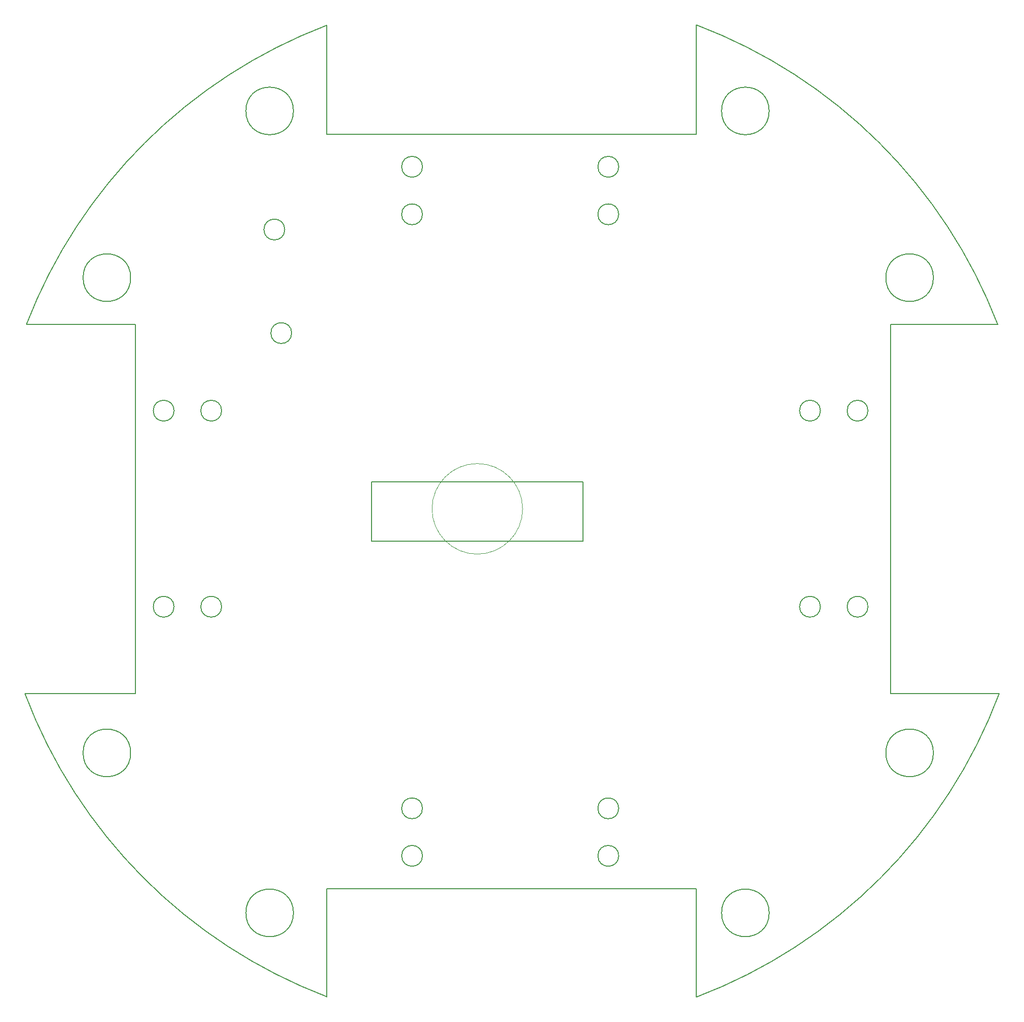
<source format=gm1>
G04 #@! TF.GenerationSoftware,KiCad,Pcbnew,8.0.5*
G04 #@! TF.CreationDate,2024-12-27T19:52:07-05:00*
G04 #@! TF.ProjectId,RoboCup25PCBv1,526f626f-4375-4703-9235-50434276312e,rev?*
G04 #@! TF.SameCoordinates,Original*
G04 #@! TF.FileFunction,Profile,NP*
%FSLAX46Y46*%
G04 Gerber Fmt 4.6, Leading zero omitted, Abs format (unit mm)*
G04 Created by KiCad (PCBNEW 8.0.5) date 2024-12-27 19:52:07*
%MOMM*%
%LPD*%
G01*
G04 APERTURE LIST*
G04 #@! TA.AperFunction,Profile*
%ADD10C,0.200000*%
G04 #@! TD*
G04 #@! TA.AperFunction,Profile*
%ADD11C,0.050000*%
G04 #@! TD*
G04 APERTURE END LIST*
D10*
X292171784Y-270081270D02*
X292171784Y-251918500D01*
X375196255Y-171434831D02*
G75*
G02*
X371696255Y-171434831I-1750000J0D01*
G01*
X371696255Y-171434831D02*
G75*
G02*
X375196255Y-171434831I1750000J0D01*
G01*
X354334784Y-251918500D02*
X354334784Y-270149252D01*
X405257850Y-219081500D02*
G75*
G02*
X354334783Y-270149250I-81915110J30759760D01*
G01*
X354334784Y-106494220D02*
X354334784Y-124918500D01*
X394200077Y-229041949D02*
G75*
G02*
X386200077Y-229041949I-4000000J0D01*
G01*
X386200077Y-229041949D02*
G75*
G02*
X394200077Y-229041949I4000000J0D01*
G01*
X260000000Y-156918500D02*
X260000000Y-219081500D01*
X241672133Y-156918500D02*
G75*
G02*
X292171783Y-106562196I81670587J-31403220D01*
G01*
X335280000Y-193403322D02*
X299720000Y-193403322D01*
X375196255Y-204434831D02*
G75*
G02*
X371696255Y-204434831I-1750000J0D01*
G01*
X371696255Y-204434831D02*
G75*
G02*
X375196255Y-204434831I1750000J0D01*
G01*
X259200077Y-229041949D02*
G75*
G02*
X251200077Y-229041949I-4000000J0D01*
G01*
X251200077Y-229041949D02*
G75*
G02*
X259200077Y-229041949I4000000J0D01*
G01*
X266496255Y-171434831D02*
G75*
G02*
X262996255Y-171434831I-1750000J0D01*
G01*
X262996255Y-171434831D02*
G75*
G02*
X266496255Y-171434831I1750000J0D01*
G01*
X286274999Y-158375877D02*
G75*
G02*
X282774999Y-158375877I-1750000J0D01*
G01*
X282774999Y-158375877D02*
G75*
G02*
X286274999Y-158375877I1750000J0D01*
G01*
X341274999Y-238375877D02*
G75*
G02*
X337774999Y-238375877I-1750000J0D01*
G01*
X337774999Y-238375877D02*
G75*
G02*
X341274999Y-238375877I1750000J0D01*
G01*
X260000000Y-219081500D02*
X241427614Y-219081500D01*
X308274999Y-246375877D02*
G75*
G02*
X304774999Y-246375877I-1750000J0D01*
G01*
X304774999Y-246375877D02*
G75*
G02*
X308274999Y-246375877I1750000J0D01*
G01*
X308274999Y-138375877D02*
G75*
G02*
X304774999Y-138375877I-1750000J0D01*
G01*
X304774999Y-138375877D02*
G75*
G02*
X308274999Y-138375877I1750000J0D01*
G01*
X266496255Y-204434831D02*
G75*
G02*
X262996255Y-204434831I-1750000J0D01*
G01*
X262996255Y-204434831D02*
G75*
G02*
X266496255Y-204434831I1750000J0D01*
G01*
X285115524Y-140943664D02*
G75*
G02*
X281615524Y-140943664I-1750000J0D01*
G01*
X281615524Y-140943664D02*
G75*
G02*
X285115524Y-140943664I1750000J0D01*
G01*
X383196255Y-171434831D02*
G75*
G02*
X379696255Y-171434831I-1750000J0D01*
G01*
X379696255Y-171434831D02*
G75*
G02*
X383196255Y-171434831I1750000J0D01*
G01*
X354334784Y-106494220D02*
G75*
G02*
X405013330Y-156918500I-30992034J-81827500D01*
G01*
X292171784Y-251918500D02*
X354334784Y-251918500D01*
X308274999Y-130375877D02*
G75*
G02*
X304774999Y-130375877I-1750000J0D01*
G01*
X304774999Y-130375877D02*
G75*
G02*
X308274999Y-130375877I1750000J0D01*
G01*
X292171784Y-270081270D02*
G75*
G02*
X241427611Y-219081501I31170916J81759510D01*
G01*
X341274999Y-246375877D02*
G75*
G02*
X337774999Y-246375877I-1750000J0D01*
G01*
X337774999Y-246375877D02*
G75*
G02*
X341274999Y-246375877I1750000J0D01*
G01*
D11*
X325120000Y-187960000D02*
G75*
G02*
X309880000Y-187960000I-7620000J0D01*
G01*
X309880000Y-187960000D02*
G75*
G02*
X325120000Y-187960000I7620000J0D01*
G01*
D10*
X335280000Y-183403322D02*
X335280000Y-193403322D01*
X286576645Y-120975717D02*
G75*
G02*
X278576645Y-120975717I-4000000J0D01*
G01*
X278576645Y-120975717D02*
G75*
G02*
X286576645Y-120975717I4000000J0D01*
G01*
X274496255Y-171434831D02*
G75*
G02*
X270996255Y-171434831I-1750000J0D01*
G01*
X270996255Y-171434831D02*
G75*
G02*
X274496255Y-171434831I1750000J0D01*
G01*
X405257850Y-219081500D02*
X387000000Y-219081500D01*
X341274999Y-130375877D02*
G75*
G02*
X337774999Y-130375877I-1750000J0D01*
G01*
X337774999Y-130375877D02*
G75*
G02*
X341274999Y-130375877I1750000J0D01*
G01*
X366576645Y-120975717D02*
G75*
G02*
X358576645Y-120975717I-4000000J0D01*
G01*
X358576645Y-120975717D02*
G75*
G02*
X366576645Y-120975717I4000000J0D01*
G01*
X292171784Y-124918500D02*
X292171784Y-106562198D01*
X387000000Y-156918500D02*
X405013330Y-156918500D01*
X341274999Y-138375877D02*
G75*
G02*
X337774999Y-138375877I-1750000J0D01*
G01*
X337774999Y-138375877D02*
G75*
G02*
X341274999Y-138375877I1750000J0D01*
G01*
X259200077Y-149041949D02*
G75*
G02*
X251200077Y-149041949I-4000000J0D01*
G01*
X251200077Y-149041949D02*
G75*
G02*
X259200077Y-149041949I4000000J0D01*
G01*
X299720000Y-193403322D02*
X299720000Y-183403322D01*
X274496255Y-204434831D02*
G75*
G02*
X270996255Y-204434831I-1750000J0D01*
G01*
X270996255Y-204434831D02*
G75*
G02*
X274496255Y-204434831I1750000J0D01*
G01*
X383196255Y-204434831D02*
G75*
G02*
X379696255Y-204434831I-1750000J0D01*
G01*
X379696255Y-204434831D02*
G75*
G02*
X383196255Y-204434831I1750000J0D01*
G01*
X387000000Y-219081500D02*
X387000000Y-156918500D01*
X366576645Y-255975717D02*
G75*
G02*
X358576645Y-255975717I-4000000J0D01*
G01*
X358576645Y-255975717D02*
G75*
G02*
X366576645Y-255975717I4000000J0D01*
G01*
X354334784Y-124918500D02*
X292171784Y-124918500D01*
X286576645Y-255975717D02*
G75*
G02*
X278576645Y-255975717I-4000000J0D01*
G01*
X278576645Y-255975717D02*
G75*
G02*
X286576645Y-255975717I4000000J0D01*
G01*
X299720000Y-183403322D02*
X335280000Y-183403322D01*
X308274999Y-238375877D02*
G75*
G02*
X304774999Y-238375877I-1750000J0D01*
G01*
X304774999Y-238375877D02*
G75*
G02*
X308274999Y-238375877I1750000J0D01*
G01*
X241672133Y-156918500D02*
X260000000Y-156918500D01*
X394200077Y-149041949D02*
G75*
G02*
X386200077Y-149041949I-4000000J0D01*
G01*
X386200077Y-149041949D02*
G75*
G02*
X394200077Y-149041949I4000000J0D01*
G01*
M02*

</source>
